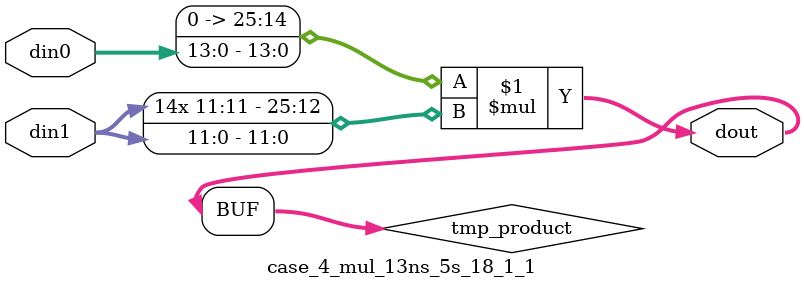
<source format=v>

`timescale 1 ns / 1 ps

 (* use_dsp = "no" *)  module case_4_mul_13ns_5s_18_1_1(din0, din1, dout);
parameter ID = 1;
parameter NUM_STAGE = 0;
parameter din0_WIDTH = 14;
parameter din1_WIDTH = 12;
parameter dout_WIDTH = 26;

input [din0_WIDTH - 1 : 0] din0; 
input [din1_WIDTH - 1 : 0] din1; 
output [dout_WIDTH - 1 : 0] dout;

wire signed [dout_WIDTH - 1 : 0] tmp_product;

























assign tmp_product = $signed({1'b0, din0}) * $signed(din1);










assign dout = tmp_product;





















endmodule

</source>
